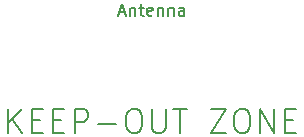
<source format=gbr>
%TF.GenerationSoftware,KiCad,Pcbnew,(6.0.11)*%
%TF.CreationDate,2024-02-29T08:20:34+09:00*%
%TF.ProjectId,Pole,506f6c65-2e6b-4696-9361-645f70636258,rev?*%
%TF.SameCoordinates,Original*%
%TF.FileFunction,Other,Comment*%
%FSLAX46Y46*%
G04 Gerber Fmt 4.6, Leading zero omitted, Abs format (unit mm)*
G04 Created by KiCad (PCBNEW (6.0.11)) date 2024-02-29 08:20:34*
%MOMM*%
%LPD*%
G01*
G04 APERTURE LIST*
%ADD10C,0.150000*%
G04 APERTURE END LIST*
D10*
%TO.C,U4*%
X132067142Y-139384761D02*
X132067142Y-137384761D01*
X133210000Y-139384761D02*
X132352857Y-138241904D01*
X133210000Y-137384761D02*
X132067142Y-138527619D01*
X134067142Y-138337142D02*
X134733809Y-138337142D01*
X135019523Y-139384761D02*
X134067142Y-139384761D01*
X134067142Y-137384761D01*
X135019523Y-137384761D01*
X135876666Y-138337142D02*
X136543333Y-138337142D01*
X136829047Y-139384761D02*
X135876666Y-139384761D01*
X135876666Y-137384761D01*
X136829047Y-137384761D01*
X137686190Y-139384761D02*
X137686190Y-137384761D01*
X138448095Y-137384761D01*
X138638571Y-137480000D01*
X138733809Y-137575238D01*
X138829047Y-137765714D01*
X138829047Y-138051428D01*
X138733809Y-138241904D01*
X138638571Y-138337142D01*
X138448095Y-138432380D01*
X137686190Y-138432380D01*
X139686190Y-138622857D02*
X141210000Y-138622857D01*
X142543333Y-137384761D02*
X142924285Y-137384761D01*
X143114761Y-137480000D01*
X143305238Y-137670476D01*
X143400476Y-138051428D01*
X143400476Y-138718095D01*
X143305238Y-139099047D01*
X143114761Y-139289523D01*
X142924285Y-139384761D01*
X142543333Y-139384761D01*
X142352857Y-139289523D01*
X142162380Y-139099047D01*
X142067142Y-138718095D01*
X142067142Y-138051428D01*
X142162380Y-137670476D01*
X142352857Y-137480000D01*
X142543333Y-137384761D01*
X144257619Y-137384761D02*
X144257619Y-139003809D01*
X144352857Y-139194285D01*
X144448095Y-139289523D01*
X144638571Y-139384761D01*
X145019523Y-139384761D01*
X145210000Y-139289523D01*
X145305238Y-139194285D01*
X145400476Y-139003809D01*
X145400476Y-137384761D01*
X146067142Y-137384761D02*
X147210000Y-137384761D01*
X146638571Y-139384761D02*
X146638571Y-137384761D01*
X149210000Y-137384761D02*
X150543333Y-137384761D01*
X149210000Y-139384761D01*
X150543333Y-139384761D01*
X151686190Y-137384761D02*
X152067142Y-137384761D01*
X152257619Y-137480000D01*
X152448095Y-137670476D01*
X152543333Y-138051428D01*
X152543333Y-138718095D01*
X152448095Y-139099047D01*
X152257619Y-139289523D01*
X152067142Y-139384761D01*
X151686190Y-139384761D01*
X151495714Y-139289523D01*
X151305238Y-139099047D01*
X151210000Y-138718095D01*
X151210000Y-138051428D01*
X151305238Y-137670476D01*
X151495714Y-137480000D01*
X151686190Y-137384761D01*
X153400476Y-139384761D02*
X153400476Y-137384761D01*
X154543333Y-139384761D01*
X154543333Y-137384761D01*
X155495714Y-138337142D02*
X156162380Y-138337142D01*
X156448095Y-139384761D02*
X155495714Y-139384761D01*
X155495714Y-137384761D01*
X156448095Y-137384761D01*
X141498095Y-129166666D02*
X141974285Y-129166666D01*
X141402857Y-129452380D02*
X141736190Y-128452380D01*
X142069523Y-129452380D01*
X142402857Y-128785714D02*
X142402857Y-129452380D01*
X142402857Y-128880952D02*
X142450476Y-128833333D01*
X142545714Y-128785714D01*
X142688571Y-128785714D01*
X142783809Y-128833333D01*
X142831428Y-128928571D01*
X142831428Y-129452380D01*
X143164761Y-128785714D02*
X143545714Y-128785714D01*
X143307619Y-128452380D02*
X143307619Y-129309523D01*
X143355238Y-129404761D01*
X143450476Y-129452380D01*
X143545714Y-129452380D01*
X144260000Y-129404761D02*
X144164761Y-129452380D01*
X143974285Y-129452380D01*
X143879047Y-129404761D01*
X143831428Y-129309523D01*
X143831428Y-128928571D01*
X143879047Y-128833333D01*
X143974285Y-128785714D01*
X144164761Y-128785714D01*
X144260000Y-128833333D01*
X144307619Y-128928571D01*
X144307619Y-129023809D01*
X143831428Y-129119047D01*
X144736190Y-128785714D02*
X144736190Y-129452380D01*
X144736190Y-128880952D02*
X144783809Y-128833333D01*
X144879047Y-128785714D01*
X145021904Y-128785714D01*
X145117142Y-128833333D01*
X145164761Y-128928571D01*
X145164761Y-129452380D01*
X145640952Y-128785714D02*
X145640952Y-129452380D01*
X145640952Y-128880952D02*
X145688571Y-128833333D01*
X145783809Y-128785714D01*
X145926666Y-128785714D01*
X146021904Y-128833333D01*
X146069523Y-128928571D01*
X146069523Y-129452380D01*
X146974285Y-129452380D02*
X146974285Y-128928571D01*
X146926666Y-128833333D01*
X146831428Y-128785714D01*
X146640952Y-128785714D01*
X146545714Y-128833333D01*
X146974285Y-129404761D02*
X146879047Y-129452380D01*
X146640952Y-129452380D01*
X146545714Y-129404761D01*
X146498095Y-129309523D01*
X146498095Y-129214285D01*
X146545714Y-129119047D01*
X146640952Y-129071428D01*
X146879047Y-129071428D01*
X146974285Y-129023809D01*
%TD*%
M02*

</source>
